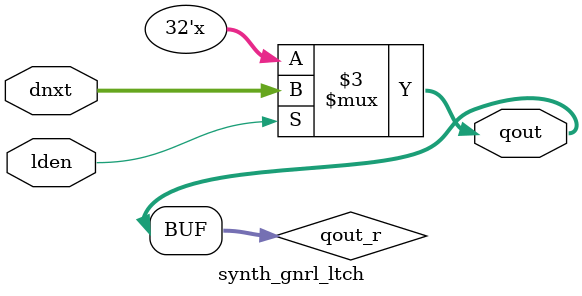
<source format=sv>
 /*                                                                      
 Copyright 2018-2020 Nuclei System Technology, Inc.                
                                                                         
 Licensed under the Apache License, Version 2.0 (the "License");         
 you may not use this file except in compliance with the License.        
 You may obtain a copy of the License at                                 
                                                                         
     http://www.apache.org/licenses/LICENSE-2.0                          
                                                                         
  Unless required by applicable law or agreed to in writing, software    
 distributed under the License is distributed on an "AS IS" BASIS,       
 WITHOUT WARRANTIES OR CONDITIONS OF ANY KIND, either express or implied.
 See the License for the specific language governing permissions and     
 limitations under the License.                                          
 */                                                                      
                                                                         
                                                                         
                                                                         
//=====================================================================
//
// Designer   : Bob Hu
//
// Description:
//  All of the general DFF and Latch modules
//
// ====================================================================

//


//
// ===========================================================================
//
// Description:
//  Verilog module synth_gnrl DFF with Load-enable and Reset
//  Default reset value is 1
//
// ===========================================================================
`include "defines.v"
//s:set
module synth_gnrl_dfflrs # (
  parameter DW = 32
) (

  input               lden, 
  input      [DW-1:0] dnxt,
  output     [DW-1:0] qout,

  input               clk,
  input               rst_n
);

reg [DW-1:0] qout_r;

always @(posedge clk or negedge rst_n)
begin : DFFLRS_PROC
  if (rst_n == 1'b0)
    qout_r <= {DW{1'b1}};
  else if (lden == 1'b1)
    qout_r <= #1 dnxt;
end

assign qout = qout_r;

`ifndef FPGA_SOURCE//{
`ifndef DISABLE_SV_ASSERTION//{
//synopsys translate_off
synth_gnrl_xchecker # (
  .DW(1)
) synth_gnrl_xchecker(
  .i_dat(lden),
  .clk  (clk)
);
//synopsys translate_on
`endif//}
`endif//}
    

endmodule
// ===========================================================================
//
// Description:
//  Verilog module synth_gnrl DFF with Load-enable and Reset
//  Default reset value is 0
//
// ===========================================================================

module synth_gnrl_dfflr # (
  parameter DW = 32
) (

  input               lden, 
  input      [DW-1:0] dnxt,
  output     [DW-1:0] qout,

  input               clk,
  input               rst_n
);

reg [DW-1:0] qout_r;

always @(posedge clk or negedge rst_n)
begin : DFFLR_PROC
  if (rst_n == 1'b0)
    qout_r <= {DW{1'b0}};
  else if (lden == 1'b1)
    qout_r <= #1 dnxt;
end

assign qout = qout_r;

`ifndef FPGA_SOURCE//{
`ifndef DISABLE_SV_ASSERTION//{
//synopsys translate_off
synth_gnrl_xchecker # (
  .DW(1)
) synth_gnrl_xchecker(
  .i_dat(lden),
  .clk  (clk)
);
//synopsys translate_on
`endif//}
`endif//}
    

endmodule
// ===========================================================================
//
// Description:
//  Verilog module synth_gnrl DFF with Load-enable, no reset 
//
// ===========================================================================

module synth_gnrl_dffl # (
  parameter DW = 32
) (

  input               lden, 
  input      [DW-1:0] dnxt,
  output     [DW-1:0] qout,

  input               clk 
);

reg [DW-1:0] qout_r;

always @(posedge clk)
begin : DFFL_PROC
  if (lden == 1'b1)
    qout_r <= #1 dnxt;
end

assign qout = qout_r;

`ifndef FPGA_SOURCE//{
`ifndef DISABLE_SV_ASSERTION//{
//synopsys translate_off
synth_gnrl_xchecker # (
  .DW(1)
) synth_gnrl_xchecker(
  .i_dat(lden),
  .clk  (clk)
);
//synopsys translate_on
`endif//}
`endif//}
    

endmodule
// ===========================================================================
//
// Description:
//  Verilog module synth_gnrl DFF with Reset, no load-enable
//  Default reset value is 1
//
// ===========================================================================

module synth_gnrl_dffrs # (
  parameter DW = 32
) (

  input      [DW-1:0] dnxt,
  output     [DW-1:0] qout,

  input               clk,
  input               rst_n
);

reg [DW-1:0] qout_r;

always @(posedge clk or negedge rst_n)
begin : DFFRS_PROC
  if (rst_n == 1'b0)
    qout_r <= {DW{1'b1}};
  else                  
    qout_r <= #1 dnxt;
end

assign qout = qout_r;

endmodule
// ===========================================================================
//
// Description:
//  Verilog module synth_gnrl DFF with Reset, no load-enable
//  Default reset value is 0
//
// ===========================================================================

module synth_gnrl_dffr # (
  parameter DW = 32
) (

  input      [DW-1:0] dnxt,
  output     [DW-1:0] qout,

  input               clk,
  input               rst_n
);

reg [DW-1:0] qout_r;

always @(posedge clk or negedge rst_n)
begin : DFFR_PROC
  if (rst_n == 1'b0)
    qout_r <= {DW{1'b0}};
  else                  
    qout_r <= #1 dnxt;
end

assign qout = qout_r;

endmodule
// ===========================================================================
//
// Description:
//  Verilog module for general latch 
//
// ===========================================================================

module synth_gnrl_ltch # (
  parameter DW = 32
) (

  //input               test_mode,
  input               lden, 
  input      [DW-1:0] dnxt,
  output     [DW-1:0] qout
);

reg [DW-1:0] qout_r;

always @ * 
begin : LTCH_PROC
  if (lden == 1'b1)
    qout_r <= dnxt;
end

//assign qout = test_mode ? dnxt : qout_r;
assign qout = qout_r;

`ifndef FPGA_SOURCE//{
`ifndef DISABLE_SV_ASSERTION//{
//synopsys translate_off
always_comb
begin
  CHECK_THE_X_VALUE:
    assert (lden !== 1'bx) 
    else $fatal ("\n Error: Oops, detected a X value!!! This should never happen. \n");
end

//synopsys translate_on
`endif//}
`endif//}
    

endmodule

</source>
